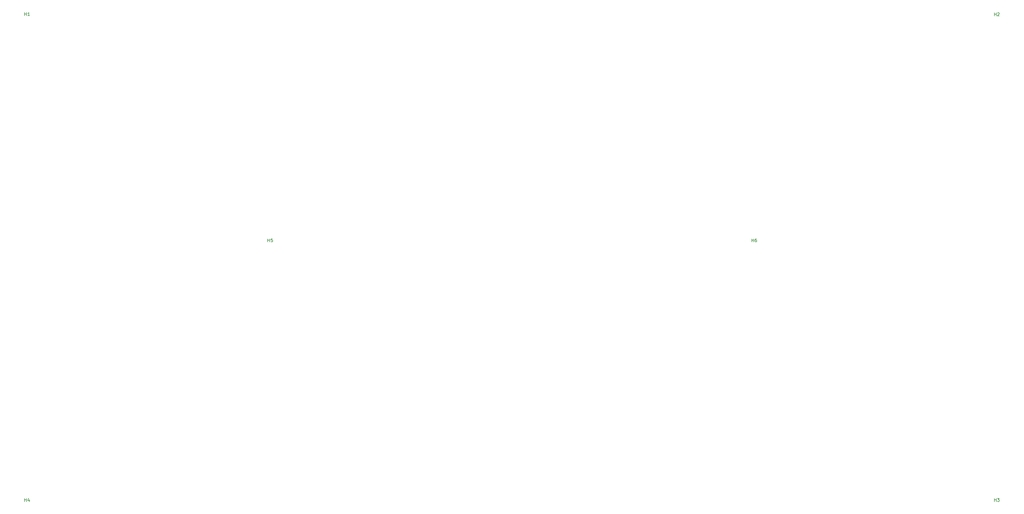
<source format=gbr>
G04 #@! TF.GenerationSoftware,KiCad,Pcbnew,(5.1.9-0-10_14)*
G04 #@! TF.CreationDate,2021-05-12T14:40:02+09:00*
G04 #@! TF.ProjectId,JupiterAdvanced,4a757069-7465-4724-9164-76616e636564,1*
G04 #@! TF.SameCoordinates,Original*
G04 #@! TF.FileFunction,Other,Fab,Top*
%FSLAX46Y46*%
G04 Gerber Fmt 4.6, Leading zero omitted, Abs format (unit mm)*
G04 Created by KiCad (PCBNEW (5.1.9-0-10_14)) date 2021-05-12 14:40:02*
%MOMM*%
%LPD*%
G01*
G04 APERTURE LIST*
%ADD10C,0.150000*%
G04 APERTURE END LIST*
D10*
X293558095Y-158213380D02*
X293558095Y-157213380D01*
X293558095Y-157689571D02*
X294129523Y-157689571D01*
X294129523Y-158213380D02*
X294129523Y-157213380D01*
X295034285Y-157213380D02*
X294843809Y-157213380D01*
X294748571Y-157261000D01*
X294700952Y-157308619D01*
X294605714Y-157451476D01*
X294558095Y-157641952D01*
X294558095Y-158022904D01*
X294605714Y-158118142D01*
X294653333Y-158165761D01*
X294748571Y-158213380D01*
X294939047Y-158213380D01*
X295034285Y-158165761D01*
X295081904Y-158118142D01*
X295129523Y-158022904D01*
X295129523Y-157784809D01*
X295081904Y-157689571D01*
X295034285Y-157641952D01*
X294939047Y-157594333D01*
X294748571Y-157594333D01*
X294653333Y-157641952D01*
X294605714Y-157689571D01*
X294558095Y-157784809D01*
X141316095Y-158213380D02*
X141316095Y-157213380D01*
X141316095Y-157689571D02*
X141887523Y-157689571D01*
X141887523Y-158213380D02*
X141887523Y-157213380D01*
X142839904Y-157213380D02*
X142363714Y-157213380D01*
X142316095Y-157689571D01*
X142363714Y-157641952D01*
X142458952Y-157594333D01*
X142697047Y-157594333D01*
X142792285Y-157641952D01*
X142839904Y-157689571D01*
X142887523Y-157784809D01*
X142887523Y-158022904D01*
X142839904Y-158118142D01*
X142792285Y-158165761D01*
X142697047Y-158213380D01*
X142458952Y-158213380D01*
X142363714Y-158165761D01*
X142316095Y-158118142D01*
X64863095Y-239927380D02*
X64863095Y-238927380D01*
X64863095Y-239403571D02*
X65434523Y-239403571D01*
X65434523Y-239927380D02*
X65434523Y-238927380D01*
X66339285Y-239260714D02*
X66339285Y-239927380D01*
X66101190Y-238879761D02*
X65863095Y-239594047D01*
X66482142Y-239594047D01*
X369863095Y-239927380D02*
X369863095Y-238927380D01*
X369863095Y-239403571D02*
X370434523Y-239403571D01*
X370434523Y-239927380D02*
X370434523Y-238927380D01*
X370815476Y-238927380D02*
X371434523Y-238927380D01*
X371101190Y-239308333D01*
X371244047Y-239308333D01*
X371339285Y-239355952D01*
X371386904Y-239403571D01*
X371434523Y-239498809D01*
X371434523Y-239736904D01*
X371386904Y-239832142D01*
X371339285Y-239879761D01*
X371244047Y-239927380D01*
X370958333Y-239927380D01*
X370863095Y-239879761D01*
X370815476Y-239832142D01*
X369863095Y-87070380D02*
X369863095Y-86070380D01*
X369863095Y-86546571D02*
X370434523Y-86546571D01*
X370434523Y-87070380D02*
X370434523Y-86070380D01*
X370863095Y-86165619D02*
X370910714Y-86118000D01*
X371005952Y-86070380D01*
X371244047Y-86070380D01*
X371339285Y-86118000D01*
X371386904Y-86165619D01*
X371434523Y-86260857D01*
X371434523Y-86356095D01*
X371386904Y-86498952D01*
X370815476Y-87070380D01*
X371434523Y-87070380D01*
X64863095Y-86970380D02*
X64863095Y-85970380D01*
X64863095Y-86446571D02*
X65434523Y-86446571D01*
X65434523Y-86970380D02*
X65434523Y-85970380D01*
X66434523Y-86970380D02*
X65863095Y-86970380D01*
X66148809Y-86970380D02*
X66148809Y-85970380D01*
X66053571Y-86113238D01*
X65958333Y-86208476D01*
X65863095Y-86256095D01*
M02*

</source>
